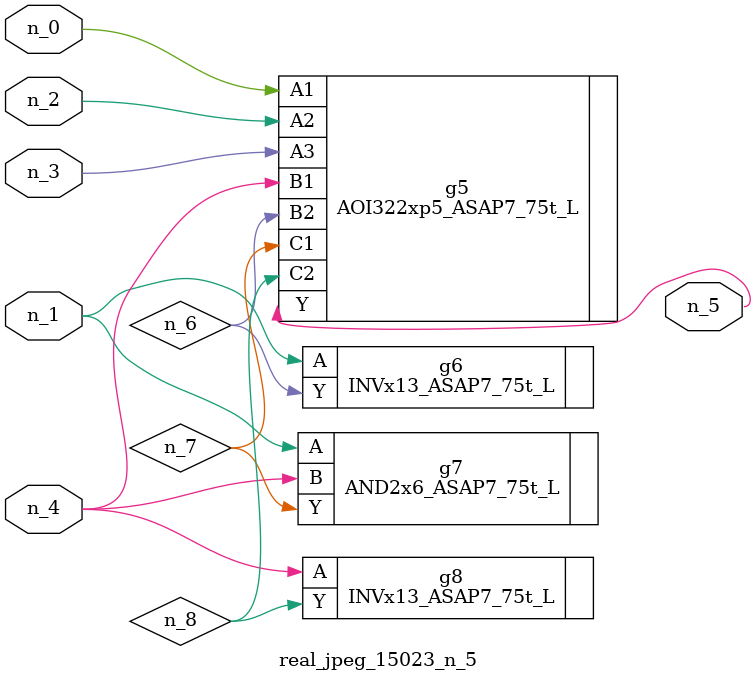
<source format=v>
module real_jpeg_15023_n_5 (n_4, n_0, n_1, n_2, n_3, n_5);

input n_4;
input n_0;
input n_1;
input n_2;
input n_3;

output n_5;

wire n_8;
wire n_6;
wire n_7;

AOI322xp5_ASAP7_75t_L g5 ( 
.A1(n_0),
.A2(n_2),
.A3(n_3),
.B1(n_4),
.B2(n_6),
.C1(n_7),
.C2(n_8),
.Y(n_5)
);

INVx13_ASAP7_75t_L g6 ( 
.A(n_1),
.Y(n_6)
);

AND2x6_ASAP7_75t_L g7 ( 
.A(n_1),
.B(n_4),
.Y(n_7)
);

INVx13_ASAP7_75t_L g8 ( 
.A(n_4),
.Y(n_8)
);


endmodule
</source>
